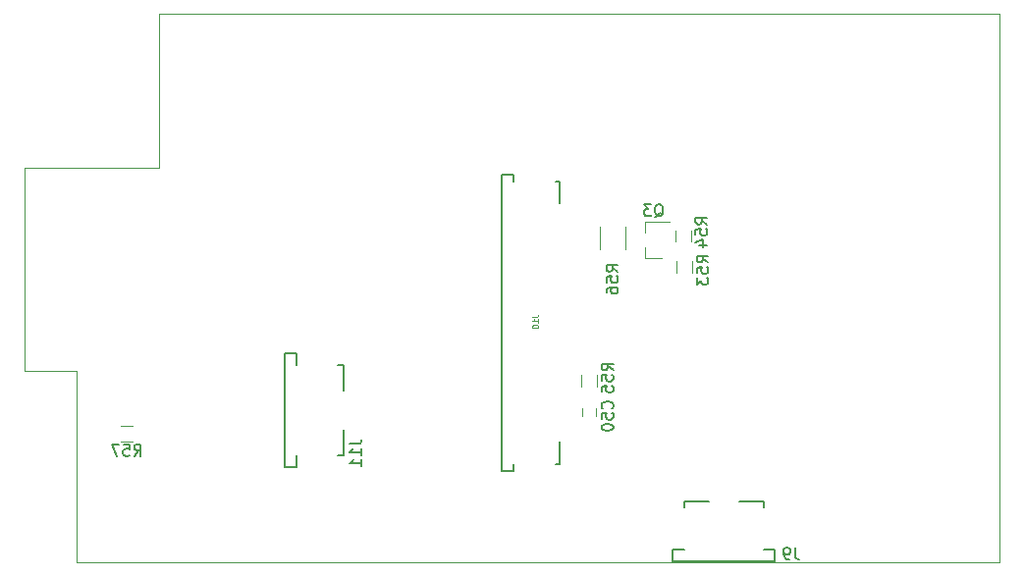
<source format=gbr>
G04 #@! TF.GenerationSoftware,KiCad,Pcbnew,(5.1.4)-1*
G04 #@! TF.CreationDate,2020-09-15T19:50:09+03:00*
G04 #@! TF.ProjectId,FinalPCB,46696e61-6c50-4434-922e-6b696361645f,rev?*
G04 #@! TF.SameCoordinates,Original*
G04 #@! TF.FileFunction,Legend,Bot*
G04 #@! TF.FilePolarity,Positive*
%FSLAX46Y46*%
G04 Gerber Fmt 4.6, Leading zero omitted, Abs format (unit mm)*
G04 Created by KiCad (PCBNEW (5.1.4)-1) date 2020-09-15 19:50:09*
%MOMM*%
%LPD*%
G04 APERTURE LIST*
%ADD10C,0.050000*%
%ADD11C,0.150000*%
%ADD12C,0.120000*%
%ADD13C,0.125000*%
G04 APERTURE END LIST*
D10*
X89700000Y-100100000D02*
X116800000Y-100100000D01*
X89700000Y-83600000D02*
X89700000Y-100100000D01*
X85200000Y-83600000D02*
X89700000Y-83600000D01*
X85200000Y-66100000D02*
X85200000Y-83600000D01*
X96800000Y-66100000D02*
X85200000Y-66100000D01*
X96800000Y-52800000D02*
X96800000Y-66100000D01*
X169300000Y-52800000D02*
X96800000Y-52800000D01*
X169300000Y-100100000D02*
X169300000Y-52800000D01*
X116800000Y-100100000D02*
X169300000Y-100100000D01*
D11*
X142100000Y-99000000D02*
X141100000Y-99000000D01*
X141100000Y-99000000D02*
X141100000Y-100000000D01*
X141100000Y-100000000D02*
X146000000Y-100000000D01*
X148900000Y-99000000D02*
X149900000Y-99000000D01*
X149900000Y-99000000D02*
X149900000Y-100000000D01*
X149900000Y-100000000D02*
X146000000Y-100000000D01*
X142100000Y-94900000D02*
X142100000Y-95400000D01*
X148900000Y-94900000D02*
X148900000Y-95400000D01*
X148900000Y-94900000D02*
X146800000Y-94900000D01*
X142100000Y-94900000D02*
X144200000Y-94900000D01*
X127350000Y-67250000D02*
X127350000Y-66650000D01*
X127350000Y-66650000D02*
X126350000Y-66650000D01*
X126350000Y-66650000D02*
X126350000Y-92250000D01*
X126350000Y-92250000D02*
X127350000Y-92250000D01*
X127350000Y-92250000D02*
X127350000Y-91650000D01*
X131350000Y-91650000D02*
X130950000Y-91650000D01*
X131350000Y-67250000D02*
X130950000Y-67250000D01*
X131350000Y-91650000D02*
X131350000Y-89750000D01*
X131350000Y-67250000D02*
X131350000Y-69150000D01*
X108600000Y-83100000D02*
X108600000Y-82100000D01*
X108600000Y-82100000D02*
X107600000Y-82100000D01*
X107600000Y-82100000D02*
X107600000Y-87000000D01*
X108600000Y-90900000D02*
X108600000Y-91900000D01*
X108600000Y-91900000D02*
X107600000Y-91900000D01*
X107600000Y-91900000D02*
X107600000Y-87000000D01*
X112700000Y-83100000D02*
X112200000Y-83100000D01*
X112700000Y-90900000D02*
X112200000Y-90900000D01*
X112700000Y-90900000D02*
X112700000Y-88700000D01*
X112700000Y-83100000D02*
X112700000Y-85300000D01*
D12*
X133300000Y-86850000D02*
X133300000Y-87550000D01*
X134500000Y-87550000D02*
X134500000Y-86850000D01*
X138665000Y-73880000D02*
X140125000Y-73880000D01*
X138665000Y-70720000D02*
X140825000Y-70720000D01*
X138665000Y-70720000D02*
X138665000Y-71650000D01*
X138665000Y-73880000D02*
X138665000Y-72950000D01*
X142755000Y-75125000D02*
X142755000Y-74125000D01*
X141395000Y-74125000D02*
X141395000Y-75125000D01*
X142680000Y-72475000D02*
X142680000Y-71475000D01*
X141320000Y-71475000D02*
X141320000Y-72475000D01*
X134580000Y-84950000D02*
X134580000Y-83950000D01*
X133220000Y-83950000D02*
X133220000Y-84950000D01*
X94500000Y-88370000D02*
X93500000Y-88370000D01*
X93500000Y-89730000D02*
X94500000Y-89730000D01*
X136970000Y-73150000D02*
X136970000Y-71150000D01*
X134830000Y-71150000D02*
X134830000Y-73150000D01*
D11*
X151633333Y-98852380D02*
X151633333Y-99566666D01*
X151680952Y-99709523D01*
X151776190Y-99804761D01*
X151919047Y-99852380D01*
X152014285Y-99852380D01*
X151109523Y-99852380D02*
X150919047Y-99852380D01*
X150823809Y-99804761D01*
X150776190Y-99757142D01*
X150680952Y-99614285D01*
X150633333Y-99423809D01*
X150633333Y-99042857D01*
X150680952Y-98947619D01*
X150728571Y-98900000D01*
X150823809Y-98852380D01*
X151014285Y-98852380D01*
X151109523Y-98900000D01*
X151157142Y-98947619D01*
X151204761Y-99042857D01*
X151204761Y-99280952D01*
X151157142Y-99376190D01*
X151109523Y-99423809D01*
X151014285Y-99471428D01*
X150823809Y-99471428D01*
X150728571Y-99423809D01*
X150680952Y-99376190D01*
X150633333Y-99280952D01*
D13*
X128976190Y-78945238D02*
X129333333Y-78945238D01*
X129404761Y-78921428D01*
X129452380Y-78873809D01*
X129476190Y-78802380D01*
X129476190Y-78754761D01*
X129476190Y-79445238D02*
X129476190Y-79159523D01*
X129476190Y-79302380D02*
X128976190Y-79302380D01*
X129047619Y-79254761D01*
X129095238Y-79207142D01*
X129119047Y-79159523D01*
X128976190Y-79754761D02*
X128976190Y-79802380D01*
X129000000Y-79850000D01*
X129023809Y-79873809D01*
X129071428Y-79897619D01*
X129166666Y-79921428D01*
X129285714Y-79921428D01*
X129380952Y-79897619D01*
X129428571Y-79873809D01*
X129452380Y-79850000D01*
X129476190Y-79802380D01*
X129476190Y-79754761D01*
X129452380Y-79707142D01*
X129428571Y-79683333D01*
X129380952Y-79659523D01*
X129285714Y-79635714D01*
X129166666Y-79635714D01*
X129071428Y-79659523D01*
X129023809Y-79683333D01*
X129000000Y-79707142D01*
X128976190Y-79754761D01*
D11*
X113252380Y-89890476D02*
X113966666Y-89890476D01*
X114109523Y-89842857D01*
X114204761Y-89747619D01*
X114252380Y-89604761D01*
X114252380Y-89509523D01*
X114252380Y-90890476D02*
X114252380Y-90319047D01*
X114252380Y-90604761D02*
X113252380Y-90604761D01*
X113395238Y-90509523D01*
X113490476Y-90414285D01*
X113538095Y-90319047D01*
X114252380Y-91842857D02*
X114252380Y-91271428D01*
X114252380Y-91557142D02*
X113252380Y-91557142D01*
X113395238Y-91461904D01*
X113490476Y-91366666D01*
X113538095Y-91271428D01*
X135857142Y-86857142D02*
X135904761Y-86809523D01*
X135952380Y-86666666D01*
X135952380Y-86571428D01*
X135904761Y-86428571D01*
X135809523Y-86333333D01*
X135714285Y-86285714D01*
X135523809Y-86238095D01*
X135380952Y-86238095D01*
X135190476Y-86285714D01*
X135095238Y-86333333D01*
X135000000Y-86428571D01*
X134952380Y-86571428D01*
X134952380Y-86666666D01*
X135000000Y-86809523D01*
X135047619Y-86857142D01*
X134952380Y-87761904D02*
X134952380Y-87285714D01*
X135428571Y-87238095D01*
X135380952Y-87285714D01*
X135333333Y-87380952D01*
X135333333Y-87619047D01*
X135380952Y-87714285D01*
X135428571Y-87761904D01*
X135523809Y-87809523D01*
X135761904Y-87809523D01*
X135857142Y-87761904D01*
X135904761Y-87714285D01*
X135952380Y-87619047D01*
X135952380Y-87380952D01*
X135904761Y-87285714D01*
X135857142Y-87238095D01*
X134952380Y-88428571D02*
X134952380Y-88523809D01*
X135000000Y-88619047D01*
X135047619Y-88666666D01*
X135142857Y-88714285D01*
X135333333Y-88761904D01*
X135571428Y-88761904D01*
X135761904Y-88714285D01*
X135857142Y-88666666D01*
X135904761Y-88619047D01*
X135952380Y-88523809D01*
X135952380Y-88428571D01*
X135904761Y-88333333D01*
X135857142Y-88285714D01*
X135761904Y-88238095D01*
X135571428Y-88190476D01*
X135333333Y-88190476D01*
X135142857Y-88238095D01*
X135047619Y-88285714D01*
X135000000Y-88333333D01*
X134952380Y-88428571D01*
X139520238Y-70347619D02*
X139615476Y-70300000D01*
X139710714Y-70204761D01*
X139853571Y-70061904D01*
X139948809Y-70014285D01*
X140044047Y-70014285D01*
X139996428Y-70252380D02*
X140091666Y-70204761D01*
X140186904Y-70109523D01*
X140234523Y-69919047D01*
X140234523Y-69585714D01*
X140186904Y-69395238D01*
X140091666Y-69300000D01*
X139996428Y-69252380D01*
X139805952Y-69252380D01*
X139710714Y-69300000D01*
X139615476Y-69395238D01*
X139567857Y-69585714D01*
X139567857Y-69919047D01*
X139615476Y-70109523D01*
X139710714Y-70204761D01*
X139805952Y-70252380D01*
X139996428Y-70252380D01*
X139234523Y-69252380D02*
X138615476Y-69252380D01*
X138948809Y-69633333D01*
X138805952Y-69633333D01*
X138710714Y-69680952D01*
X138663095Y-69728571D01*
X138615476Y-69823809D01*
X138615476Y-70061904D01*
X138663095Y-70157142D01*
X138710714Y-70204761D01*
X138805952Y-70252380D01*
X139091666Y-70252380D01*
X139186904Y-70204761D01*
X139234523Y-70157142D01*
X144152380Y-74257142D02*
X143676190Y-73923809D01*
X144152380Y-73685714D02*
X143152380Y-73685714D01*
X143152380Y-74066666D01*
X143200000Y-74161904D01*
X143247619Y-74209523D01*
X143342857Y-74257142D01*
X143485714Y-74257142D01*
X143580952Y-74209523D01*
X143628571Y-74161904D01*
X143676190Y-74066666D01*
X143676190Y-73685714D01*
X143152380Y-75161904D02*
X143152380Y-74685714D01*
X143628571Y-74638095D01*
X143580952Y-74685714D01*
X143533333Y-74780952D01*
X143533333Y-75019047D01*
X143580952Y-75114285D01*
X143628571Y-75161904D01*
X143723809Y-75209523D01*
X143961904Y-75209523D01*
X144057142Y-75161904D01*
X144104761Y-75114285D01*
X144152380Y-75019047D01*
X144152380Y-74780952D01*
X144104761Y-74685714D01*
X144057142Y-74638095D01*
X143152380Y-75542857D02*
X143152380Y-76161904D01*
X143533333Y-75828571D01*
X143533333Y-75971428D01*
X143580952Y-76066666D01*
X143628571Y-76114285D01*
X143723809Y-76161904D01*
X143961904Y-76161904D01*
X144057142Y-76114285D01*
X144104761Y-76066666D01*
X144152380Y-75971428D01*
X144152380Y-75685714D01*
X144104761Y-75590476D01*
X144057142Y-75542857D01*
X144052380Y-70957142D02*
X143576190Y-70623809D01*
X144052380Y-70385714D02*
X143052380Y-70385714D01*
X143052380Y-70766666D01*
X143100000Y-70861904D01*
X143147619Y-70909523D01*
X143242857Y-70957142D01*
X143385714Y-70957142D01*
X143480952Y-70909523D01*
X143528571Y-70861904D01*
X143576190Y-70766666D01*
X143576190Y-70385714D01*
X143052380Y-71861904D02*
X143052380Y-71385714D01*
X143528571Y-71338095D01*
X143480952Y-71385714D01*
X143433333Y-71480952D01*
X143433333Y-71719047D01*
X143480952Y-71814285D01*
X143528571Y-71861904D01*
X143623809Y-71909523D01*
X143861904Y-71909523D01*
X143957142Y-71861904D01*
X144004761Y-71814285D01*
X144052380Y-71719047D01*
X144052380Y-71480952D01*
X144004761Y-71385714D01*
X143957142Y-71338095D01*
X143385714Y-72766666D02*
X144052380Y-72766666D01*
X143004761Y-72528571D02*
X143719047Y-72290476D01*
X143719047Y-72909523D01*
X135952380Y-83557142D02*
X135476190Y-83223809D01*
X135952380Y-82985714D02*
X134952380Y-82985714D01*
X134952380Y-83366666D01*
X135000000Y-83461904D01*
X135047619Y-83509523D01*
X135142857Y-83557142D01*
X135285714Y-83557142D01*
X135380952Y-83509523D01*
X135428571Y-83461904D01*
X135476190Y-83366666D01*
X135476190Y-82985714D01*
X134952380Y-84461904D02*
X134952380Y-83985714D01*
X135428571Y-83938095D01*
X135380952Y-83985714D01*
X135333333Y-84080952D01*
X135333333Y-84319047D01*
X135380952Y-84414285D01*
X135428571Y-84461904D01*
X135523809Y-84509523D01*
X135761904Y-84509523D01*
X135857142Y-84461904D01*
X135904761Y-84414285D01*
X135952380Y-84319047D01*
X135952380Y-84080952D01*
X135904761Y-83985714D01*
X135857142Y-83938095D01*
X134952380Y-85414285D02*
X134952380Y-84938095D01*
X135428571Y-84890476D01*
X135380952Y-84938095D01*
X135333333Y-85033333D01*
X135333333Y-85271428D01*
X135380952Y-85366666D01*
X135428571Y-85414285D01*
X135523809Y-85461904D01*
X135761904Y-85461904D01*
X135857142Y-85414285D01*
X135904761Y-85366666D01*
X135952380Y-85271428D01*
X135952380Y-85033333D01*
X135904761Y-84938095D01*
X135857142Y-84890476D01*
X94642857Y-90952380D02*
X94976190Y-90476190D01*
X95214285Y-90952380D02*
X95214285Y-89952380D01*
X94833333Y-89952380D01*
X94738095Y-90000000D01*
X94690476Y-90047619D01*
X94642857Y-90142857D01*
X94642857Y-90285714D01*
X94690476Y-90380952D01*
X94738095Y-90428571D01*
X94833333Y-90476190D01*
X95214285Y-90476190D01*
X93738095Y-89952380D02*
X94214285Y-89952380D01*
X94261904Y-90428571D01*
X94214285Y-90380952D01*
X94119047Y-90333333D01*
X93880952Y-90333333D01*
X93785714Y-90380952D01*
X93738095Y-90428571D01*
X93690476Y-90523809D01*
X93690476Y-90761904D01*
X93738095Y-90857142D01*
X93785714Y-90904761D01*
X93880952Y-90952380D01*
X94119047Y-90952380D01*
X94214285Y-90904761D01*
X94261904Y-90857142D01*
X93357142Y-89952380D02*
X92690476Y-89952380D01*
X93119047Y-90952380D01*
X136352380Y-75057142D02*
X135876190Y-74723809D01*
X136352380Y-74485714D02*
X135352380Y-74485714D01*
X135352380Y-74866666D01*
X135400000Y-74961904D01*
X135447619Y-75009523D01*
X135542857Y-75057142D01*
X135685714Y-75057142D01*
X135780952Y-75009523D01*
X135828571Y-74961904D01*
X135876190Y-74866666D01*
X135876190Y-74485714D01*
X135352380Y-75961904D02*
X135352380Y-75485714D01*
X135828571Y-75438095D01*
X135780952Y-75485714D01*
X135733333Y-75580952D01*
X135733333Y-75819047D01*
X135780952Y-75914285D01*
X135828571Y-75961904D01*
X135923809Y-76009523D01*
X136161904Y-76009523D01*
X136257142Y-75961904D01*
X136304761Y-75914285D01*
X136352380Y-75819047D01*
X136352380Y-75580952D01*
X136304761Y-75485714D01*
X136257142Y-75438095D01*
X135352380Y-76866666D02*
X135352380Y-76676190D01*
X135400000Y-76580952D01*
X135447619Y-76533333D01*
X135590476Y-76438095D01*
X135780952Y-76390476D01*
X136161904Y-76390476D01*
X136257142Y-76438095D01*
X136304761Y-76485714D01*
X136352380Y-76580952D01*
X136352380Y-76771428D01*
X136304761Y-76866666D01*
X136257142Y-76914285D01*
X136161904Y-76961904D01*
X135923809Y-76961904D01*
X135828571Y-76914285D01*
X135780952Y-76866666D01*
X135733333Y-76771428D01*
X135733333Y-76580952D01*
X135780952Y-76485714D01*
X135828571Y-76438095D01*
X135923809Y-76390476D01*
M02*

</source>
